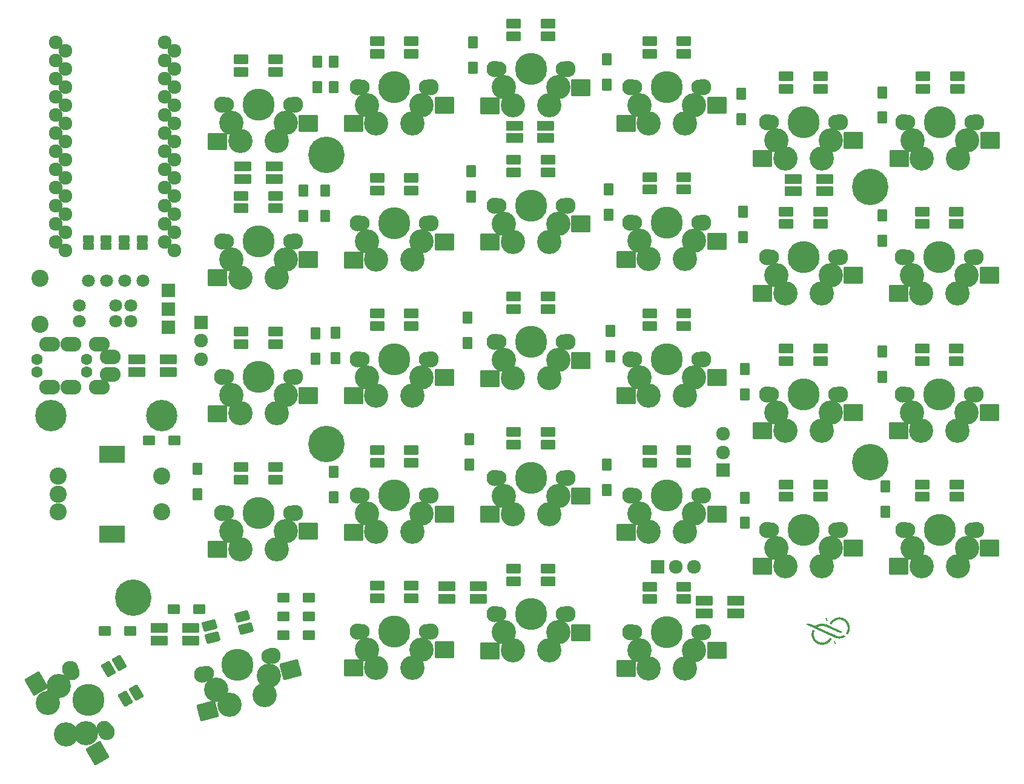
<source format=gbs>
G04 #@! TF.GenerationSoftware,KiCad,Pcbnew,9.0.0*
G04 #@! TF.CreationDate,2025-03-10T13:11:58-03:00*
G04 #@! TF.ProjectId,aeon-keyboard,61656f6e-2d6b-4657-9962-6f6172642e6b,v1*
G04 #@! TF.SameCoordinates,Original*
G04 #@! TF.FileFunction,Soldermask,Bot*
G04 #@! TF.FilePolarity,Negative*
%FSLAX46Y46*%
G04 Gerber Fmt 4.6, Leading zero omitted, Abs format (unit mm)*
G04 Created by KiCad (PCBNEW 9.0.0) date 2025-03-10 13:11:58*
%MOMM*%
%LPD*%
G01*
G04 APERTURE LIST*
G04 Aperture macros list*
%AMRoundRect*
0 Rectangle with rounded corners*
0 $1 Rounding radius*
0 $2 $3 $4 $5 $6 $7 $8 $9 X,Y pos of 4 corners*
0 Add a 4 corners polygon primitive as box body*
4,1,4,$2,$3,$4,$5,$6,$7,$8,$9,$2,$3,0*
0 Add four circle primitives for the rounded corners*
1,1,$1+$1,$2,$3*
1,1,$1+$1,$4,$5*
1,1,$1+$1,$6,$7*
1,1,$1+$1,$8,$9*
0 Add four rect primitives between the rounded corners*
20,1,$1+$1,$2,$3,$4,$5,0*
20,1,$1+$1,$4,$5,$6,$7,0*
20,1,$1+$1,$6,$7,$8,$9,0*
20,1,$1+$1,$8,$9,$2,$3,0*%
G04 Aperture macros list end*
%ADD10C,0.000000*%
%ADD11C,1.797000*%
%ADD12C,1.600000*%
%ADD13O,2.900000X2.100000*%
%ADD14C,5.100000*%
%ADD15C,1.924000*%
%ADD16C,2.400000*%
%ADD17RoundRect,0.200000X-0.475000X0.650000X-0.475000X-0.650000X0.475000X-0.650000X0.475000X0.650000X0*%
%ADD18RoundRect,0.200000X-0.650000X-0.475000X0.650000X-0.475000X0.650000X0.475000X-0.650000X0.475000X0*%
%ADD19C,2.300000*%
%ADD20C,2.100000*%
%ADD21C,3.400000*%
%ADD22C,4.500000*%
%ADD23RoundRect,0.200000X0.800000X0.500000X-0.800000X0.500000X-0.800000X-0.500000X0.800000X-0.500000X0*%
%ADD24RoundRect,0.200000X-1.150000X-1.000000X1.150000X-1.000000X1.150000X1.000000X-1.150000X1.000000X0*%
%ADD25RoundRect,0.200000X0.833013X-0.442820X0.033013X0.942820X-0.833013X0.442820X-0.033013X-0.942820X0*%
%ADD26RoundRect,0.200000X-1.441025X0.495929X-0.291025X-1.495929X1.441025X-0.495929X0.291025X1.495929X0*%
%ADD27C,4.400000*%
%ADD28RoundRect,0.200000X-0.762000X0.762000X-0.762000X-0.762000X0.762000X-0.762000X0.762000X0.762000X0*%
%ADD29RoundRect,0.200000X0.762000X0.762000X-0.762000X0.762000X-0.762000X-0.762000X0.762000X-0.762000X0*%
%ADD30RoundRect,0.200000X-1.600000X-1.000000X1.600000X-1.000000X1.600000X1.000000X-1.600000X1.000000X0*%
%ADD31RoundRect,0.200000X1.000000X0.500000X-1.000000X0.500000X-1.000000X-0.500000X1.000000X-0.500000X0*%
%ADD32RoundRect,0.200000X-1.000000X-0.500000X1.000000X-0.500000X1.000000X0.500000X-1.000000X0.500000X0*%
%ADD33RoundRect,0.200000X0.762000X-0.762000X0.762000X0.762000X-0.762000X0.762000X-0.762000X-0.762000X0*%
%ADD34RoundRect,0.200000X0.643331X0.690018X-0.902150X0.275908X-0.643331X-0.690018X0.902150X-0.275908X0*%
%ADD35RoundRect,0.200000X-0.851996X-1.263568X1.369634X-0.668284X0.851996X1.263568X-1.369634X0.668284X0*%
%ADD36RoundRect,0.200000X0.571500X-0.317500X0.571500X0.317500X-0.571500X0.317500X-0.571500X-0.317500X0*%
G04 APERTURE END LIST*
D10*
G36*
X201254038Y-125472371D02*
G01*
X201105032Y-125526943D01*
X200942124Y-125079240D01*
X201091131Y-125024668D01*
X201254038Y-125472371D01*
G37*
G36*
X199361395Y-122605310D02*
G01*
X199422917Y-122608009D01*
X199484074Y-122613245D01*
X199544791Y-122620987D01*
X199604996Y-122631203D01*
X199664615Y-122643861D01*
X199723575Y-122658930D01*
X199781804Y-122676377D01*
X199839228Y-122696173D01*
X199895772Y-122718283D01*
X199951367Y-122742677D01*
X199957881Y-122745500D01*
X202253875Y-123815528D01*
X202201457Y-123826023D01*
X202147925Y-123835206D01*
X202093397Y-123842935D01*
X202037995Y-123849061D01*
X201981839Y-123853441D01*
X201925050Y-123855927D01*
X201867748Y-123856375D01*
X201810054Y-123854637D01*
X201752089Y-123850570D01*
X201693972Y-123844027D01*
X201635825Y-123834862D01*
X201577769Y-123822929D01*
X201519923Y-123808083D01*
X201462409Y-123790180D01*
X201405347Y-123769071D01*
X201348857Y-123744612D01*
X200652336Y-123419998D01*
X199824438Y-123034312D01*
X199824306Y-123034163D01*
X199824165Y-123034023D01*
X199824015Y-123033889D01*
X199823857Y-123033763D01*
X199823690Y-123033643D01*
X199823518Y-123033529D01*
X199823152Y-123033318D01*
X199822762Y-123033127D01*
X199822351Y-123032953D01*
X199821924Y-123032793D01*
X199821485Y-123032645D01*
X199820580Y-123032368D01*
X199819666Y-123032098D01*
X199819215Y-123031959D01*
X199818771Y-123031813D01*
X199818340Y-123031656D01*
X199817924Y-123031488D01*
X199766879Y-123009271D01*
X199714788Y-122989513D01*
X199661744Y-122972252D01*
X199607846Y-122957530D01*
X199553188Y-122945387D01*
X199497870Y-122935864D01*
X199441987Y-122929000D01*
X199385635Y-122924838D01*
X199328912Y-122923415D01*
X199271913Y-122924773D01*
X199214735Y-122928952D01*
X199157475Y-122935993D01*
X199100231Y-122945936D01*
X199043098Y-122958821D01*
X198986172Y-122974688D01*
X198929550Y-122993580D01*
X198900412Y-123004618D01*
X198871766Y-123016377D01*
X198843606Y-123028830D01*
X198815923Y-123041951D01*
X198788713Y-123055711D01*
X198761969Y-123070084D01*
X198735683Y-123085044D01*
X198709851Y-123100562D01*
X200398086Y-123887545D01*
X201217299Y-124269468D01*
X201242544Y-124281443D01*
X201293203Y-124302948D01*
X201344858Y-124322045D01*
X201397418Y-124338694D01*
X201450791Y-124352857D01*
X201504887Y-124364496D01*
X201559615Y-124373570D01*
X201614884Y-124380042D01*
X201670602Y-124383873D01*
X201726676Y-124385023D01*
X201783018Y-124383456D01*
X201839534Y-124379129D01*
X201896135Y-124372007D01*
X201952728Y-124362048D01*
X202009223Y-124349217D01*
X202065528Y-124333473D01*
X202121552Y-124314776D01*
X202150690Y-124303737D01*
X202179336Y-124291978D01*
X202207497Y-124279524D01*
X202235179Y-124266404D01*
X202262390Y-124252644D01*
X202289134Y-124238270D01*
X202315420Y-124223312D01*
X202341252Y-124207793D01*
X202670376Y-124361289D01*
X202646269Y-124381064D01*
X202621683Y-124400331D01*
X202596626Y-124419083D01*
X202571103Y-124437315D01*
X202545119Y-124455018D01*
X202518682Y-124472183D01*
X202491797Y-124488807D01*
X202464470Y-124504879D01*
X202436708Y-124520395D01*
X202408517Y-124535346D01*
X202379903Y-124549725D01*
X202350871Y-124563524D01*
X202321429Y-124576738D01*
X202291582Y-124589359D01*
X202261336Y-124601379D01*
X202230698Y-124612791D01*
X202199499Y-124623597D01*
X202167616Y-124633791D01*
X202135124Y-124643353D01*
X202102097Y-124652270D01*
X202068608Y-124660520D01*
X202034732Y-124668088D01*
X202000543Y-124674955D01*
X201966116Y-124681104D01*
X201931524Y-124686515D01*
X201896842Y-124691173D01*
X201862145Y-124695059D01*
X201827504Y-124698156D01*
X201792997Y-124700446D01*
X201758695Y-124701910D01*
X201724674Y-124702533D01*
X201691009Y-124702295D01*
X201653373Y-124701046D01*
X201615843Y-124698828D01*
X201578438Y-124695650D01*
X201541180Y-124691523D01*
X201504088Y-124686455D01*
X201467182Y-124680455D01*
X201430481Y-124673533D01*
X201394007Y-124665700D01*
X201357779Y-124656964D01*
X201321817Y-124647334D01*
X201286142Y-124636820D01*
X201250773Y-124625433D01*
X201215731Y-124613180D01*
X201181035Y-124600071D01*
X201146706Y-124586116D01*
X201112765Y-124571325D01*
X201080325Y-124555716D01*
X197070982Y-122685240D01*
X197123256Y-122674865D01*
X197176665Y-122665787D01*
X197231087Y-122658154D01*
X197286403Y-122652113D01*
X197342490Y-122647811D01*
X197399229Y-122645398D01*
X197456499Y-122645021D01*
X197514177Y-122646828D01*
X197572145Y-122650966D01*
X197630281Y-122657584D01*
X197688466Y-122666830D01*
X197746576Y-122678851D01*
X197804492Y-122693795D01*
X197862094Y-122711810D01*
X197919260Y-122733045D01*
X197975869Y-122757647D01*
X197972206Y-122756576D01*
X198379236Y-122946936D01*
X198403343Y-122927161D01*
X198427930Y-122907892D01*
X198452991Y-122889136D01*
X198478522Y-122870899D01*
X198504518Y-122853187D01*
X198530973Y-122836005D01*
X198557883Y-122819361D01*
X198585243Y-122803260D01*
X198613049Y-122787709D01*
X198641294Y-122772713D01*
X198669973Y-122758279D01*
X198699083Y-122744413D01*
X198728618Y-122731121D01*
X198758573Y-122718411D01*
X198788944Y-122706286D01*
X198819724Y-122694754D01*
X198840705Y-122687187D01*
X198861724Y-122679977D01*
X198882783Y-122673121D01*
X198903880Y-122666622D01*
X198925018Y-122660477D01*
X198946194Y-122654689D01*
X198967410Y-122649256D01*
X198988665Y-122644179D01*
X199050849Y-122630987D01*
X199113105Y-122620523D01*
X199175361Y-122612755D01*
X199237543Y-122607651D01*
X199299578Y-122605180D01*
X199361395Y-122605310D01*
G37*
G36*
X198271406Y-123595565D02*
G01*
X198269915Y-123595433D01*
X198247404Y-123646725D01*
X198227372Y-123699051D01*
X198209862Y-123752318D01*
X198194915Y-123806431D01*
X198182574Y-123861295D01*
X198172882Y-123916817D01*
X198165879Y-123972902D01*
X198161611Y-124029456D01*
X198160117Y-124086385D01*
X198161442Y-124143595D01*
X198165627Y-124200991D01*
X198172714Y-124258479D01*
X198182745Y-124315965D01*
X198195765Y-124373355D01*
X198211814Y-124430555D01*
X198230935Y-124487469D01*
X198252905Y-124543343D01*
X198277409Y-124597453D01*
X198304355Y-124649756D01*
X198333648Y-124700209D01*
X198365195Y-124748767D01*
X198398902Y-124795388D01*
X198434675Y-124840027D01*
X198472422Y-124882642D01*
X198512045Y-124923189D01*
X198553455Y-124961623D01*
X198596557Y-124997902D01*
X198641256Y-125031982D01*
X198687459Y-125063819D01*
X198735073Y-125093370D01*
X198784003Y-125120592D01*
X198834156Y-125145441D01*
X198885438Y-125167872D01*
X198937756Y-125187844D01*
X198991015Y-125205311D01*
X199045123Y-125220232D01*
X199099985Y-125232561D01*
X199155507Y-125242255D01*
X199211596Y-125249272D01*
X199268159Y-125253567D01*
X199325100Y-125255097D01*
X199382328Y-125253819D01*
X199439748Y-125249687D01*
X199497266Y-125242660D01*
X199554789Y-125232695D01*
X199612222Y-125219746D01*
X199669472Y-125203771D01*
X199726447Y-125184725D01*
X199782319Y-125162753D01*
X199836425Y-125138242D01*
X199888721Y-125111286D01*
X199939167Y-125081979D01*
X199987720Y-125050416D01*
X200034337Y-125016691D01*
X200078975Y-124980898D01*
X200121594Y-124943131D01*
X200162150Y-124903484D01*
X200200600Y-124862053D01*
X200236903Y-124818930D01*
X200271016Y-124774210D01*
X200302897Y-124727988D01*
X200332503Y-124680358D01*
X200359793Y-124631413D01*
X200384722Y-124581249D01*
X200672722Y-124715371D01*
X200641168Y-124779187D01*
X200606577Y-124841435D01*
X200569005Y-124901999D01*
X200528512Y-124960761D01*
X200485153Y-125017604D01*
X200438988Y-125072411D01*
X200390072Y-125125066D01*
X200338464Y-125175449D01*
X200284222Y-125223445D01*
X200227403Y-125268937D01*
X200168064Y-125311808D01*
X200106263Y-125351940D01*
X200042058Y-125389216D01*
X199975506Y-125423520D01*
X199906665Y-125454733D01*
X199835592Y-125482740D01*
X199763143Y-125507053D01*
X199690342Y-125527454D01*
X199617307Y-125543999D01*
X199544159Y-125556743D01*
X199471016Y-125565741D01*
X199397996Y-125571050D01*
X199325221Y-125572725D01*
X199252809Y-125570821D01*
X199180879Y-125565394D01*
X199109550Y-125556499D01*
X199038942Y-125544192D01*
X198969173Y-125528528D01*
X198900364Y-125509564D01*
X198832632Y-125487354D01*
X198766098Y-125461955D01*
X198700880Y-125433421D01*
X198637099Y-125401808D01*
X198574872Y-125367172D01*
X198514319Y-125329568D01*
X198455560Y-125289053D01*
X198398714Y-125245681D01*
X198343899Y-125199506D01*
X198291236Y-125150587D01*
X198240843Y-125098978D01*
X198192839Y-125044735D01*
X198147344Y-124987913D01*
X198104476Y-124928568D01*
X198064356Y-124866755D01*
X198027103Y-124802529D01*
X197992834Y-124735947D01*
X197961671Y-124667063D01*
X197933731Y-124595935D01*
X197909351Y-124523538D01*
X197888902Y-124450767D01*
X197872327Y-124377746D01*
X197859567Y-124304596D01*
X197850567Y-124231441D01*
X197845270Y-124158401D01*
X197843617Y-124085603D01*
X197845555Y-124013167D01*
X197851023Y-123941215D01*
X197859966Y-123869872D01*
X197872328Y-123799259D01*
X197888049Y-123729499D01*
X197907075Y-123660714D01*
X197929348Y-123593028D01*
X197954811Y-123526563D01*
X197983406Y-123461441D01*
X198271406Y-123595565D01*
G37*
G36*
X200076075Y-122236001D02*
G01*
X199927068Y-122290574D01*
X199764160Y-121842872D01*
X199913167Y-121788299D01*
X200076075Y-122236001D01*
G37*
G36*
X201795232Y-121734578D02*
G01*
X201867202Y-121739971D01*
X201938569Y-121748834D01*
X202009211Y-121761112D01*
X202079011Y-121776750D01*
X202147849Y-121795691D01*
X202215607Y-121817879D01*
X202282163Y-121843259D01*
X202347401Y-121871776D01*
X202411200Y-121903374D01*
X202473443Y-121937997D01*
X202534009Y-121975589D01*
X202592780Y-122016096D01*
X202649636Y-122059459D01*
X202704458Y-122105626D01*
X202757129Y-122154540D01*
X202807528Y-122206144D01*
X202855535Y-122260384D01*
X202901034Y-122317204D01*
X202943904Y-122376547D01*
X202984025Y-122438359D01*
X203021280Y-122502584D01*
X203055548Y-122569166D01*
X203086712Y-122638048D01*
X203114652Y-122709177D01*
X203139032Y-122781575D01*
X203159481Y-122854345D01*
X203176056Y-122927367D01*
X203188816Y-123000517D01*
X203197815Y-123073672D01*
X203203113Y-123146711D01*
X203204765Y-123219509D01*
X203202828Y-123291945D01*
X203197359Y-123363897D01*
X203188417Y-123435240D01*
X203176055Y-123505854D01*
X203160333Y-123575614D01*
X203141307Y-123644398D01*
X203119034Y-123712085D01*
X203093572Y-123778549D01*
X203064976Y-123843671D01*
X203047548Y-123879466D01*
X203029170Y-123914862D01*
X203009841Y-123949821D01*
X202989570Y-123984312D01*
X202968357Y-124018296D01*
X202946204Y-124051742D01*
X202923116Y-124084613D01*
X202899095Y-124116872D01*
X202602410Y-123978986D01*
X202628174Y-123948117D01*
X202652814Y-123916314D01*
X202676313Y-123883654D01*
X202698657Y-123850216D01*
X202719830Y-123816076D01*
X202739816Y-123781313D01*
X202758600Y-123746004D01*
X202776165Y-123710229D01*
X202777657Y-123710359D01*
X202800168Y-123659067D01*
X202820200Y-123606741D01*
X202837711Y-123553474D01*
X202852657Y-123499362D01*
X202864998Y-123444498D01*
X202874690Y-123388976D01*
X202881692Y-123332891D01*
X202885961Y-123276337D01*
X202887455Y-123219408D01*
X202886130Y-123162198D01*
X202881945Y-123104802D01*
X202874858Y-123047313D01*
X202864825Y-122989827D01*
X202851806Y-122932437D01*
X202835757Y-122875238D01*
X202816637Y-122818323D01*
X202794667Y-122762449D01*
X202770163Y-122708339D01*
X202743217Y-122656036D01*
X202713923Y-122605583D01*
X202682377Y-122557025D01*
X202648670Y-122510404D01*
X202612896Y-122465764D01*
X202575151Y-122423150D01*
X202535525Y-122382604D01*
X202494116Y-122344169D01*
X202451015Y-122307890D01*
X202406315Y-122273811D01*
X202360112Y-122241973D01*
X202312498Y-122212422D01*
X202263569Y-122185200D01*
X202213415Y-122160352D01*
X202162134Y-122137920D01*
X202109816Y-122117949D01*
X202056556Y-122100481D01*
X202002449Y-122085561D01*
X201947587Y-122073231D01*
X201892065Y-122063537D01*
X201835976Y-122056521D01*
X201779414Y-122052225D01*
X201722471Y-122050695D01*
X201665244Y-122051974D01*
X201607824Y-122056104D01*
X201550306Y-122063131D01*
X201492783Y-122073098D01*
X201435349Y-122086047D01*
X201378099Y-122102022D01*
X201321124Y-122121068D01*
X201265252Y-122143040D01*
X201211147Y-122167551D01*
X201158850Y-122194507D01*
X201108404Y-122223814D01*
X201059851Y-122255376D01*
X201013235Y-122289102D01*
X200968596Y-122324895D01*
X200925977Y-122362662D01*
X200885422Y-122402308D01*
X200846972Y-122443740D01*
X200810669Y-122486862D01*
X200776556Y-122531582D01*
X200744675Y-122577805D01*
X200715068Y-122625435D01*
X200687780Y-122674379D01*
X200662849Y-122724543D01*
X200374850Y-122590421D01*
X200406403Y-122526605D01*
X200440994Y-122464357D01*
X200478566Y-122403793D01*
X200519060Y-122345031D01*
X200562418Y-122288189D01*
X200608584Y-122233381D01*
X200657499Y-122180727D01*
X200709107Y-122130344D01*
X200763349Y-122082347D01*
X200820169Y-122036855D01*
X200879508Y-121993984D01*
X200941309Y-121953853D01*
X201005513Y-121916575D01*
X201072065Y-121882273D01*
X201140907Y-121851060D01*
X201211979Y-121823053D01*
X201284502Y-121798677D01*
X201357373Y-121778218D01*
X201430472Y-121761619D01*
X201503680Y-121748825D01*
X201576880Y-121739779D01*
X201649951Y-121734426D01*
X201722774Y-121732711D01*
X201795232Y-121734578D01*
G37*
D11*
X95499272Y-80311965D03*
X100579272Y-80311965D03*
X95499272Y-78061965D03*
X100579272Y-78061965D03*
D12*
X89500000Y-87400000D03*
X96500000Y-87400000D03*
X89500000Y-85650000D03*
X96500000Y-85650000D03*
D13*
X98300000Y-89500000D03*
X98300000Y-83550000D03*
X94300000Y-89500000D03*
X94300000Y-83550000D03*
X91300000Y-89500000D03*
X91300000Y-83550000D03*
X99800000Y-87750000D03*
X99800000Y-85300000D03*
D11*
X102700000Y-80300000D03*
X102700000Y-78100000D03*
D14*
X130000000Y-57000000D03*
X206000000Y-61500000D03*
X130000000Y-97500000D03*
X206000000Y-100000000D03*
X103000000Y-119000000D03*
D15*
X92180000Y-41230000D03*
X108718815Y-42425745D03*
X92180000Y-43770000D03*
X108718815Y-44965745D03*
X92180000Y-46310000D03*
X108718815Y-47505745D03*
X92180000Y-48850000D03*
X108718815Y-50045745D03*
X92180000Y-51390000D03*
X108718815Y-52585745D03*
X92180000Y-53930000D03*
X108718815Y-55125745D03*
X92180000Y-56470000D03*
X108718815Y-57665745D03*
X92180000Y-59010000D03*
X108718815Y-60205745D03*
X92180000Y-61550000D03*
X108718815Y-62745745D03*
X92180000Y-64090000D03*
X108718815Y-65285745D03*
X92180000Y-66630000D03*
X108718815Y-67825745D03*
X92180000Y-69170000D03*
X108718815Y-70365745D03*
X93478815Y-70365745D03*
X107420000Y-69170000D03*
X93478815Y-67825745D03*
X107420000Y-66630000D03*
X93478815Y-65285745D03*
X107420000Y-64090000D03*
X93478815Y-62745745D03*
X107420000Y-61550000D03*
X93478815Y-60205745D03*
X107420000Y-59010000D03*
X93478815Y-57665745D03*
X107420000Y-56470000D03*
X93478815Y-55125745D03*
X107420000Y-53930000D03*
X93478815Y-52585745D03*
X107420000Y-51390000D03*
X93478815Y-50045745D03*
X107420000Y-48850000D03*
X93478815Y-47505745D03*
X107420000Y-46310000D03*
X93478815Y-44965745D03*
X107420000Y-43770000D03*
X93478815Y-42425745D03*
X107420000Y-41230000D03*
D16*
X90000000Y-74250000D03*
X90000000Y-80750000D03*
D17*
X128750000Y-44000000D03*
X128750000Y-47550000D03*
X131000000Y-44005500D03*
X131000000Y-47555500D03*
X150500000Y-41265000D03*
X150500000Y-44815000D03*
X169250000Y-43650000D03*
X169250000Y-47200000D03*
X188000000Y-48475000D03*
X188000000Y-52025000D03*
X207750000Y-48250000D03*
X207750000Y-51800000D03*
X126800000Y-62000000D03*
X126800000Y-65550000D03*
X129800000Y-62025000D03*
X129800000Y-65575000D03*
X150250000Y-59290000D03*
X150250000Y-62840000D03*
X169500000Y-61875000D03*
X169500000Y-65425000D03*
X188250000Y-65000000D03*
X188250000Y-68550000D03*
X207750000Y-65500000D03*
X207750000Y-69050000D03*
X128500000Y-82000000D03*
X128500000Y-85550000D03*
X131250000Y-81900000D03*
X131250000Y-85450000D03*
X149750000Y-79790000D03*
X149750000Y-83340000D03*
X169725000Y-81650000D03*
X169725000Y-85200000D03*
X188500000Y-87000000D03*
X188500000Y-90550000D03*
X207750000Y-84500000D03*
X207750000Y-88050000D03*
X112000000Y-100975000D03*
X112000000Y-104525000D03*
X131000000Y-101400000D03*
X131000000Y-104950000D03*
X150000000Y-96790000D03*
X150000000Y-100340000D03*
X169250000Y-100375000D03*
X169250000Y-103925000D03*
X188500000Y-104975000D03*
X188500000Y-108525000D03*
X208200000Y-103400000D03*
X208200000Y-106950000D03*
D18*
X105225000Y-97000000D03*
X108775000Y-97000000D03*
X99025000Y-123600000D03*
X102575000Y-123600000D03*
X108649800Y-120624800D03*
X112199800Y-120624800D03*
X124000000Y-124200000D03*
X127550000Y-124200000D03*
X124000000Y-121600000D03*
X127550000Y-121600000D03*
D19*
X125580000Y-50000000D03*
D20*
X125000000Y-50000000D03*
D21*
X124310000Y-52540000D03*
X123040000Y-55080000D03*
D22*
X120500000Y-50000000D03*
D21*
X117960000Y-55080000D03*
X116690000Y-52540001D03*
D20*
X116000000Y-50000000D03*
D19*
X115420000Y-50000000D03*
D23*
X122900000Y-45375000D03*
X122900000Y-43625000D03*
X118100000Y-43625000D03*
X118100000Y-45375000D03*
D24*
X127500000Y-52580000D03*
X114800000Y-55120000D03*
D19*
X144580000Y-47500000D03*
D20*
X144000000Y-47500000D03*
D21*
X143310000Y-50040000D03*
X142040000Y-52580000D03*
D22*
X139500000Y-47500000D03*
D21*
X136960000Y-52580000D03*
X135690000Y-50040001D03*
D20*
X135000000Y-47500000D03*
D19*
X134420000Y-47500000D03*
D23*
X141900000Y-42875000D03*
X141900000Y-41125000D03*
X137100000Y-41125000D03*
X137100000Y-42875000D03*
D24*
X146500000Y-50080000D03*
X133800000Y-52620000D03*
D19*
X163680000Y-45000000D03*
D20*
X163100000Y-45000000D03*
D21*
X162410000Y-47540000D03*
X161140000Y-50080000D03*
D22*
X158600000Y-45000000D03*
D21*
X156060000Y-50080000D03*
X154790000Y-47540001D03*
D20*
X154100000Y-45000000D03*
D19*
X153520000Y-45000000D03*
D23*
X161000000Y-40375000D03*
X161000000Y-38625000D03*
X156200000Y-38625000D03*
X156200000Y-40375000D03*
D24*
X165600000Y-47580000D03*
X152900000Y-50120000D03*
D19*
X182680000Y-47500000D03*
D20*
X182100000Y-47500000D03*
D21*
X181410000Y-50040000D03*
X180140000Y-52580000D03*
D22*
X177600000Y-47500000D03*
D21*
X175060000Y-52580000D03*
X173790000Y-50040001D03*
D20*
X173100000Y-47500000D03*
D19*
X172520000Y-47500000D03*
D23*
X180000000Y-42875000D03*
X180000000Y-41125000D03*
X175200000Y-41125000D03*
X175200000Y-42875000D03*
D24*
X184600000Y-50080000D03*
X171900000Y-52620000D03*
D19*
X201780000Y-52400000D03*
D20*
X201200000Y-52400000D03*
D21*
X200510000Y-54940000D03*
X199240000Y-57480000D03*
D22*
X196700000Y-52400000D03*
D21*
X194160000Y-57480000D03*
X192890000Y-54940001D03*
D20*
X192200000Y-52400000D03*
D19*
X191620000Y-52400000D03*
D23*
X199100000Y-47775000D03*
X199100000Y-46025000D03*
X194300000Y-46025000D03*
X194300000Y-47775000D03*
D24*
X203700000Y-54980000D03*
X191000000Y-57520000D03*
D19*
X125580000Y-69100000D03*
D20*
X125000000Y-69100000D03*
D21*
X124310000Y-71640000D03*
X123040000Y-74180000D03*
D22*
X120500000Y-69100000D03*
D21*
X117960000Y-74180000D03*
X116690000Y-71640001D03*
D20*
X116000000Y-69100000D03*
D19*
X115420000Y-69100000D03*
D23*
X122900000Y-64475000D03*
X122900000Y-62725000D03*
X118100000Y-62725000D03*
X118100000Y-64475000D03*
D24*
X127500000Y-71680000D03*
X114800000Y-74220000D03*
D19*
X144580000Y-66600000D03*
D20*
X144000000Y-66600000D03*
D21*
X143310000Y-69140000D03*
X142040000Y-71680000D03*
D22*
X139500000Y-66600000D03*
D21*
X136960000Y-71680000D03*
X135690000Y-69140001D03*
D20*
X135000000Y-66600000D03*
D19*
X134420000Y-66600000D03*
D23*
X141900000Y-61975000D03*
X141900000Y-60225000D03*
X137100000Y-60225000D03*
X137100000Y-61975000D03*
D24*
X146500000Y-69180000D03*
X133800000Y-71720000D03*
D19*
X163680000Y-64090000D03*
D20*
X163100000Y-64090000D03*
D21*
X162410000Y-66630000D03*
X161140000Y-69170000D03*
D22*
X158600000Y-64090000D03*
D21*
X156060000Y-69170000D03*
X154790000Y-66630001D03*
D20*
X154100000Y-64090000D03*
D19*
X153520000Y-64090000D03*
D23*
X161000000Y-59465000D03*
X161000000Y-57715000D03*
X156200000Y-57715000D03*
X156200000Y-59465000D03*
D24*
X165600000Y-66670000D03*
X152900000Y-69210000D03*
D19*
X182680000Y-66500000D03*
D20*
X182100000Y-66500000D03*
D21*
X181410000Y-69040000D03*
X180140000Y-71580000D03*
D22*
X177600000Y-66500000D03*
D21*
X175060000Y-71580000D03*
X173790000Y-69040001D03*
D20*
X173100000Y-66500000D03*
D19*
X172520000Y-66500000D03*
D23*
X180000000Y-61875000D03*
X180000000Y-60125000D03*
X175200000Y-60125000D03*
X175200000Y-61875000D03*
D24*
X184600000Y-69080000D03*
X171900000Y-71620000D03*
D19*
X201780000Y-71300000D03*
D20*
X201200000Y-71300000D03*
D21*
X200510000Y-73840000D03*
X199240000Y-76380000D03*
D22*
X196700000Y-71300000D03*
D21*
X194160000Y-76380000D03*
X192890000Y-73840001D03*
D20*
X192200000Y-71300000D03*
D19*
X191620000Y-71300000D03*
D23*
X199100000Y-66675000D03*
X199100000Y-64925000D03*
X194300000Y-64925000D03*
X194300000Y-66675000D03*
D24*
X203700000Y-73880000D03*
X191000000Y-76420000D03*
D19*
X220780000Y-71300000D03*
D20*
X220200000Y-71300000D03*
D21*
X219510000Y-73840000D03*
X218240000Y-76380000D03*
D22*
X215700000Y-71300000D03*
D21*
X213160000Y-76380000D03*
X211890000Y-73840001D03*
D20*
X211200000Y-71300000D03*
D19*
X210620000Y-71300000D03*
D23*
X218100000Y-66675000D03*
X218100000Y-64925000D03*
X213300000Y-64925000D03*
X213300000Y-66675000D03*
D24*
X222700000Y-73880000D03*
X210000000Y-76420000D03*
D19*
X125580000Y-88100000D03*
D20*
X125000000Y-88100000D03*
D21*
X124310000Y-90640000D03*
X123040000Y-93180000D03*
D22*
X120500000Y-88100000D03*
D21*
X117960000Y-93180000D03*
X116690000Y-90640001D03*
D20*
X116000000Y-88100000D03*
D19*
X115420000Y-88100000D03*
D23*
X122900000Y-83475000D03*
X122900000Y-81725000D03*
X118100000Y-81725000D03*
X118100000Y-83475000D03*
D24*
X127500000Y-90680000D03*
X114800000Y-93220000D03*
D19*
X144580000Y-85600000D03*
D20*
X144000000Y-85600000D03*
D21*
X143310000Y-88140000D03*
X142040000Y-90680000D03*
D22*
X139500000Y-85600000D03*
D21*
X136960000Y-90680000D03*
X135690000Y-88140001D03*
D20*
X135000000Y-85600000D03*
D19*
X134420000Y-85600000D03*
D23*
X141900000Y-80975000D03*
X141900000Y-79225000D03*
X137100000Y-79225000D03*
X137100000Y-80975000D03*
D24*
X146500000Y-88180000D03*
X133800000Y-90720000D03*
D19*
X163680000Y-83190000D03*
D20*
X163100000Y-83190000D03*
D21*
X162410000Y-85730000D03*
X161140000Y-88270000D03*
D22*
X158600000Y-83190000D03*
D21*
X156060000Y-88270000D03*
X154790000Y-85730001D03*
D20*
X154100000Y-83190000D03*
D19*
X153520000Y-83190000D03*
D23*
X161000000Y-78565000D03*
X161000000Y-76815000D03*
X156200000Y-76815000D03*
X156200000Y-78565000D03*
D24*
X165600000Y-85770000D03*
X152900000Y-88310000D03*
D19*
X182680000Y-85600000D03*
D20*
X182100000Y-85600000D03*
D21*
X181410000Y-88140000D03*
X180140000Y-90680000D03*
D22*
X177600000Y-85600000D03*
D21*
X175060000Y-90680000D03*
X173790000Y-88140001D03*
D20*
X173100000Y-85600000D03*
D19*
X172520000Y-85600000D03*
D23*
X180000000Y-80975000D03*
X180000000Y-79225000D03*
X175200000Y-79225000D03*
X175200000Y-80975000D03*
D24*
X184600000Y-88180000D03*
X171900000Y-90720000D03*
D19*
X201780000Y-90500000D03*
D20*
X201200000Y-90500000D03*
D21*
X200510000Y-93040000D03*
X199240000Y-95580000D03*
D22*
X196700000Y-90500000D03*
D21*
X194160000Y-95580000D03*
X192890000Y-93040001D03*
D20*
X192200000Y-90500000D03*
D19*
X191620000Y-90500000D03*
D23*
X199100000Y-85875000D03*
X199100000Y-84125000D03*
X194300000Y-84125000D03*
X194300000Y-85875000D03*
D24*
X203700000Y-93080000D03*
X191000000Y-95620000D03*
D19*
X220780000Y-90500000D03*
D20*
X220200000Y-90500000D03*
D21*
X219510000Y-93040000D03*
X218240000Y-95580000D03*
D22*
X215700000Y-90500000D03*
D21*
X213160000Y-95580000D03*
X211890000Y-93040001D03*
D20*
X211200000Y-90500000D03*
D19*
X210620000Y-90500000D03*
D23*
X218100000Y-85875000D03*
X218100000Y-84125000D03*
X213300000Y-84125000D03*
X213300000Y-85875000D03*
D24*
X222700000Y-93080000D03*
X210000000Y-95620000D03*
D19*
X125580000Y-107100000D03*
D20*
X125000000Y-107100000D03*
D21*
X124310000Y-109640000D03*
X123040000Y-112180000D03*
D22*
X120500000Y-107100000D03*
D21*
X117960000Y-112180000D03*
X116690000Y-109640001D03*
D20*
X116000000Y-107100000D03*
D19*
X115420000Y-107100000D03*
D23*
X122900000Y-102475000D03*
X122900000Y-100725000D03*
X118100000Y-100725000D03*
X118100000Y-102475000D03*
D24*
X127500000Y-109680000D03*
X114800000Y-112220000D03*
D19*
X144580000Y-104700000D03*
D20*
X144000000Y-104700000D03*
D21*
X143310000Y-107240000D03*
X142040000Y-109780000D03*
D22*
X139500000Y-104700000D03*
D21*
X136960000Y-109780000D03*
X135690000Y-107240001D03*
D20*
X135000000Y-104700000D03*
D19*
X134420000Y-104700000D03*
D23*
X141900000Y-100075000D03*
X141900000Y-98325000D03*
X137100000Y-98325000D03*
X137100000Y-100075000D03*
D24*
X146500000Y-107280000D03*
X133800000Y-109820000D03*
D19*
X163680000Y-102190000D03*
D20*
X163100000Y-102190000D03*
D21*
X162410000Y-104730000D03*
X161140000Y-107270000D03*
D22*
X158600000Y-102190000D03*
D21*
X156060000Y-107270000D03*
X154790000Y-104730001D03*
D20*
X154100000Y-102190000D03*
D19*
X153520000Y-102190000D03*
D23*
X161000000Y-97565000D03*
X161000000Y-95815000D03*
X156200000Y-95815000D03*
X156200000Y-97565000D03*
D24*
X165600000Y-104770000D03*
X152900000Y-107310000D03*
D19*
X182680000Y-104700000D03*
D20*
X182100000Y-104700000D03*
D21*
X181410000Y-107240000D03*
X180140000Y-109780000D03*
D22*
X177600000Y-104700000D03*
D21*
X175060000Y-109780000D03*
X173790000Y-107240001D03*
D20*
X173100000Y-104700000D03*
D19*
X172520000Y-104700000D03*
D23*
X180000000Y-100075000D03*
X180000000Y-98325000D03*
X175200000Y-98325000D03*
X175200000Y-100075000D03*
D24*
X184600000Y-107280000D03*
X171900000Y-109820000D03*
D19*
X201780000Y-109500000D03*
D20*
X201200000Y-109500000D03*
D21*
X200510000Y-112040000D03*
X199240000Y-114580000D03*
D22*
X196700000Y-109500000D03*
D21*
X194160000Y-114580000D03*
X192890000Y-112040001D03*
D20*
X192200000Y-109500000D03*
D19*
X191620000Y-109500000D03*
D23*
X199100000Y-104875000D03*
X199100000Y-103125000D03*
X194300000Y-103125000D03*
X194300000Y-104875000D03*
D24*
X203700000Y-112080000D03*
X191000000Y-114620000D03*
D19*
X220830000Y-109500000D03*
D20*
X220250000Y-109500000D03*
D21*
X219560000Y-112040000D03*
X218290000Y-114580000D03*
D22*
X215750000Y-109500000D03*
D21*
X213210000Y-114580000D03*
X211940000Y-112040001D03*
D20*
X211250000Y-109500000D03*
D19*
X210670000Y-109500000D03*
D23*
X218150000Y-104875000D03*
X218150000Y-103125000D03*
X213350000Y-103125000D03*
X213350000Y-104875000D03*
D24*
X222750000Y-112080000D03*
X210050000Y-114620000D03*
D19*
X99250000Y-137799409D03*
D20*
X98960000Y-137297114D03*
D21*
X96415295Y-137969557D03*
X93580591Y-138139705D03*
D22*
X96750000Y-133330000D03*
D21*
X91040591Y-133740295D03*
X92605295Y-131370444D03*
D20*
X94460000Y-129502886D03*
D19*
X94170000Y-129000591D03*
D25*
X101915367Y-133165961D03*
X103430912Y-132290961D03*
X101030912Y-128134039D03*
X99515367Y-129009039D03*
D26*
X97975654Y-140752178D03*
X89425950Y-131023655D03*
D19*
X144580000Y-123700000D03*
D20*
X144000000Y-123700000D03*
D21*
X143310000Y-126240000D03*
X142040000Y-128780000D03*
D22*
X139500000Y-123700000D03*
D21*
X136960000Y-128780000D03*
X135690000Y-126240001D03*
D20*
X135000000Y-123700000D03*
D19*
X134420000Y-123700000D03*
D23*
X141900000Y-119075000D03*
X141900000Y-117325000D03*
X137100000Y-117325000D03*
X137100000Y-119075000D03*
D24*
X146500000Y-126280000D03*
X133800000Y-128820000D03*
D19*
X163680000Y-121290000D03*
D20*
X163100000Y-121290000D03*
D21*
X162410000Y-123830000D03*
X161140000Y-126370000D03*
D22*
X158600000Y-121290000D03*
D21*
X156060000Y-126370000D03*
X154790000Y-123830001D03*
D20*
X154100000Y-121290000D03*
D19*
X153520000Y-121290000D03*
D23*
X161000000Y-116665000D03*
X161000000Y-114915000D03*
X156200000Y-114915000D03*
X156200000Y-116665000D03*
D24*
X165600000Y-123870000D03*
X152900000Y-126410000D03*
D27*
X91500000Y-93500000D03*
D28*
X107900000Y-81100000D03*
D29*
X107900000Y-78600000D03*
X107900000Y-76000000D03*
D11*
X96700000Y-74600000D03*
X99240000Y-74600000D03*
X101780000Y-74600000D03*
X104320000Y-74600000D03*
D18*
X124030000Y-119020000D03*
X127580000Y-119020000D03*
D27*
X107000000Y-93500000D03*
D16*
X92500000Y-102000000D03*
X92500000Y-107000000D03*
X92500000Y-104500000D03*
D30*
X100000000Y-98900000D03*
X100000000Y-110100000D03*
D16*
X107000000Y-107000000D03*
X107000000Y-102000000D03*
D31*
X122700000Y-58625000D03*
X122700000Y-60375000D03*
X118300000Y-60375000D03*
X118300000Y-58625000D03*
D32*
X156300000Y-54665000D03*
X156300000Y-52915000D03*
X160700000Y-52915000D03*
X160700000Y-54665000D03*
D31*
X199700000Y-60375000D03*
X199700000Y-62125000D03*
X195300000Y-62125000D03*
X195300000Y-60375000D03*
D32*
X106650000Y-125005000D03*
X106650000Y-123255000D03*
X111050000Y-123255000D03*
X111050000Y-125005000D03*
X146883600Y-119137600D03*
X146883600Y-117387600D03*
X151283600Y-117387600D03*
X151283600Y-119137600D03*
X182850000Y-121195000D03*
X182850000Y-119445000D03*
X187250000Y-119445000D03*
X187250000Y-121195000D03*
X103550000Y-87375000D03*
X103550000Y-85625000D03*
X107950000Y-85625000D03*
X107950000Y-87375000D03*
D28*
X185500000Y-101150000D03*
D15*
X185500000Y-98650000D03*
X185500000Y-96050000D03*
D29*
X176327000Y-114706600D03*
D15*
X178827000Y-114706600D03*
X181427000Y-114706600D03*
D33*
X112500000Y-80500000D03*
D15*
X112500000Y-83000000D03*
X112500000Y-85600000D03*
D19*
X182680000Y-123800000D03*
D20*
X182100000Y-123800000D03*
D21*
X181410000Y-126340000D03*
X180140000Y-128880000D03*
D22*
X177600000Y-123800000D03*
D21*
X175060000Y-128880000D03*
X173790000Y-126340001D03*
D20*
X173100000Y-123800000D03*
D19*
X172520000Y-123800000D03*
D23*
X180000000Y-119175000D03*
X180000000Y-117425000D03*
X175200000Y-117425000D03*
X175200000Y-119175000D03*
D24*
X184600000Y-126380000D03*
X171900000Y-128920000D03*
D19*
X122506903Y-127085199D03*
D20*
X121946666Y-127235314D03*
D21*
X121937578Y-129867351D03*
X121368252Y-132649503D03*
D22*
X117600000Y-128400000D03*
D21*
X116461349Y-133964304D03*
X114577223Y-131839553D03*
D20*
X113253334Y-129564686D03*
D19*
X112693097Y-129714801D03*
D34*
X118721184Y-123311427D03*
X118268251Y-121621057D03*
X113631807Y-122863390D03*
X114084740Y-124553759D03*
D35*
X125029234Y-129080355D03*
X113419376Y-134820809D03*
D19*
X220880000Y-52400000D03*
D20*
X220300000Y-52400000D03*
D21*
X219610000Y-54940000D03*
X218340000Y-57480000D03*
D22*
X215800000Y-52400000D03*
D21*
X213260000Y-57480000D03*
X211990000Y-54940001D03*
D20*
X211300000Y-52400000D03*
D19*
X210720000Y-52400000D03*
D23*
X218200000Y-47775000D03*
X218200000Y-46025000D03*
X213400000Y-46025000D03*
X213400000Y-47775000D03*
D24*
X222800000Y-54980000D03*
X210100000Y-57520000D03*
D36*
X101700000Y-69800380D03*
X101700000Y-68799620D03*
X99200000Y-69800380D03*
X99200000Y-68799620D03*
X96700000Y-69800380D03*
X96700000Y-68799620D03*
X104300000Y-69800380D03*
X104300000Y-68799620D03*
M02*

</source>
